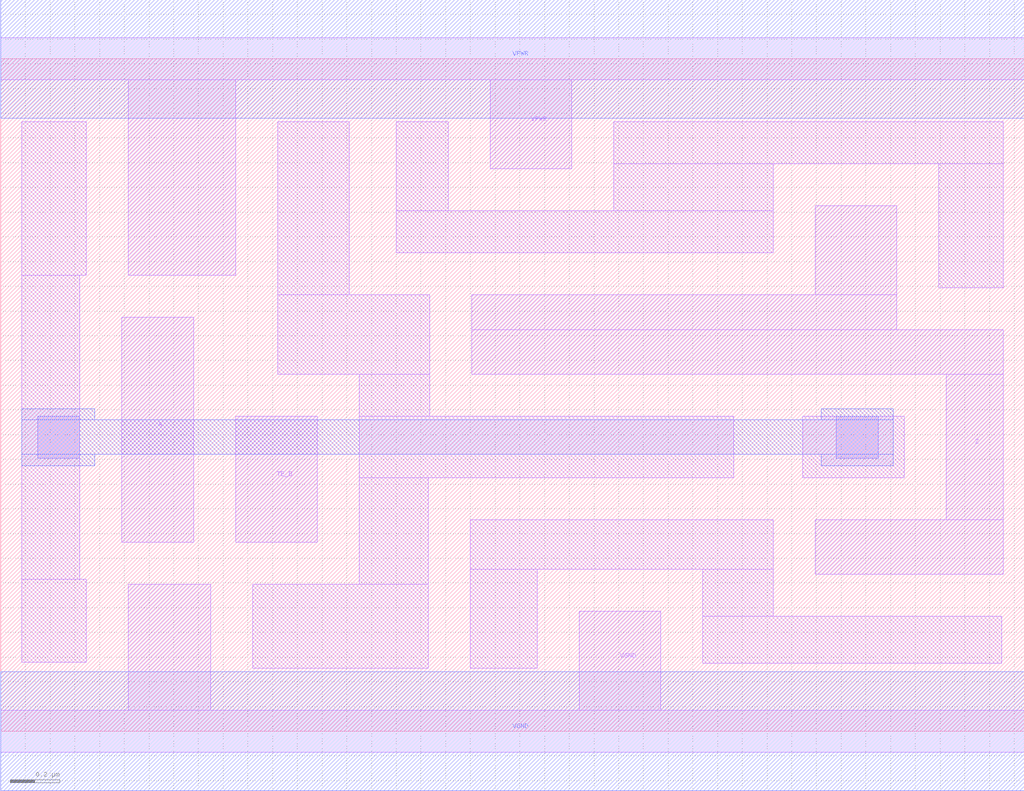
<source format=lef>
# Copyright 2020 The SkyWater PDK Authors
#
# Licensed under the Apache License, Version 2.0 (the "License");
# you may not use this file except in compliance with the License.
# You may obtain a copy of the License at
#
#     https://www.apache.org/licenses/LICENSE-2.0
#
# Unless required by applicable law or agreed to in writing, software
# distributed under the License is distributed on an "AS IS" BASIS,
# WITHOUT WARRANTIES OR CONDITIONS OF ANY KIND, either express or implied.
# See the License for the specific language governing permissions and
# limitations under the License.
#
# SPDX-License-Identifier: Apache-2.0

VERSION 5.5 ;
NAMESCASESENSITIVE ON ;
BUSBITCHARS "[]" ;
DIVIDERCHAR "/" ;
MACRO sky130_fd_sc_hd__ebufn_2
  CLASS CORE ;
  SOURCE USER ;
  ORIGIN  0.000000  0.000000 ;
  SIZE  4.140000 BY  2.720000 ;
  SYMMETRY X Y R90 ;
  SITE unithd ;
  PIN A
    ANTENNAGATEAREA  0.159000 ;
    DIRECTION INPUT ;
    USE SIGNAL ;
    PORT
      LAYER li1 ;
        RECT 0.490000 0.765000 0.780000 1.675000 ;
    END
  END A
  PIN TE_B
    ANTENNAGATEAREA  0.441000 ;
    DIRECTION INPUT ;
    USE SIGNAL ;
    PORT
      LAYER li1 ;
        RECT 0.950000 0.765000 1.280000 1.275000 ;
    END
  END TE_B
  PIN Z
    ANTENNADIFFAREA  0.445500 ;
    DIRECTION OUTPUT ;
    USE SIGNAL ;
    PORT
      LAYER li1 ;
        RECT 1.905000 1.445000 4.055000 1.625000 ;
        RECT 1.905000 1.625000 3.625000 1.765000 ;
        RECT 3.295000 0.635000 4.055000 0.855000 ;
        RECT 3.295000 1.765000 3.625000 2.125000 ;
        RECT 3.825000 0.855000 4.055000 1.445000 ;
    END
  END Z
  PIN VGND
    DIRECTION INOUT ;
    SHAPE ABUTMENT ;
    USE GROUND ;
    PORT
      LAYER li1 ;
        RECT 0.000000 -0.085000 4.140000 0.085000 ;
        RECT 0.515000  0.085000 0.850000 0.595000 ;
        RECT 2.340000  0.085000 2.670000 0.485000 ;
    END
    PORT
      LAYER met1 ;
        RECT 0.000000 -0.240000 4.140000 0.240000 ;
    END
  END VGND
  PIN VPWR
    DIRECTION INOUT ;
    SHAPE ABUTMENT ;
    USE POWER ;
    PORT
      LAYER li1 ;
        RECT 0.000000 2.635000 4.140000 2.805000 ;
        RECT 0.515000 1.845000 0.950000 2.635000 ;
        RECT 1.980000 2.275000 2.310000 2.635000 ;
    END
    PORT
      LAYER met1 ;
        RECT 0.000000 2.480000 4.140000 2.960000 ;
    END
  END VPWR
  OBS
    LAYER li1 ;
      RECT 0.085000 0.280000 0.345000 0.615000 ;
      RECT 0.085000 0.615000 0.320000 1.845000 ;
      RECT 0.085000 1.845000 0.345000 2.465000 ;
      RECT 1.020000 0.255000 1.730000 0.595000 ;
      RECT 1.120000 1.445000 1.735000 1.765000 ;
      RECT 1.120000 1.765000 1.410000 2.465000 ;
      RECT 1.450000 0.595000 1.730000 1.025000 ;
      RECT 1.450000 1.025000 2.965000 1.275000 ;
      RECT 1.450000 1.275000 1.735000 1.445000 ;
      RECT 1.600000 1.935000 3.125000 2.105000 ;
      RECT 1.600000 2.105000 1.810000 2.465000 ;
      RECT 1.900000 0.255000 2.170000 0.655000 ;
      RECT 1.900000 0.655000 3.125000 0.855000 ;
      RECT 2.480000 2.105000 3.125000 2.295000 ;
      RECT 2.480000 2.295000 4.055000 2.465000 ;
      RECT 2.840000 0.275000 4.050000 0.465000 ;
      RECT 2.840000 0.465000 3.125000 0.655000 ;
      RECT 3.245000 1.025000 3.655000 1.275000 ;
      RECT 3.795000 1.795000 4.055000 2.295000 ;
    LAYER mcon ;
      RECT 0.150000 1.105000 0.320000 1.275000 ;
      RECT 3.380000 1.105000 3.550000 1.275000 ;
    LAYER met1 ;
      RECT 0.085000 1.075000 0.380000 1.120000 ;
      RECT 0.085000 1.120000 3.610000 1.260000 ;
      RECT 0.085000 1.260000 0.380000 1.305000 ;
      RECT 3.320000 1.075000 3.610000 1.120000 ;
      RECT 3.320000 1.260000 3.610000 1.305000 ;
  END
END sky130_fd_sc_hd__ebufn_2
END LIBRARY

</source>
